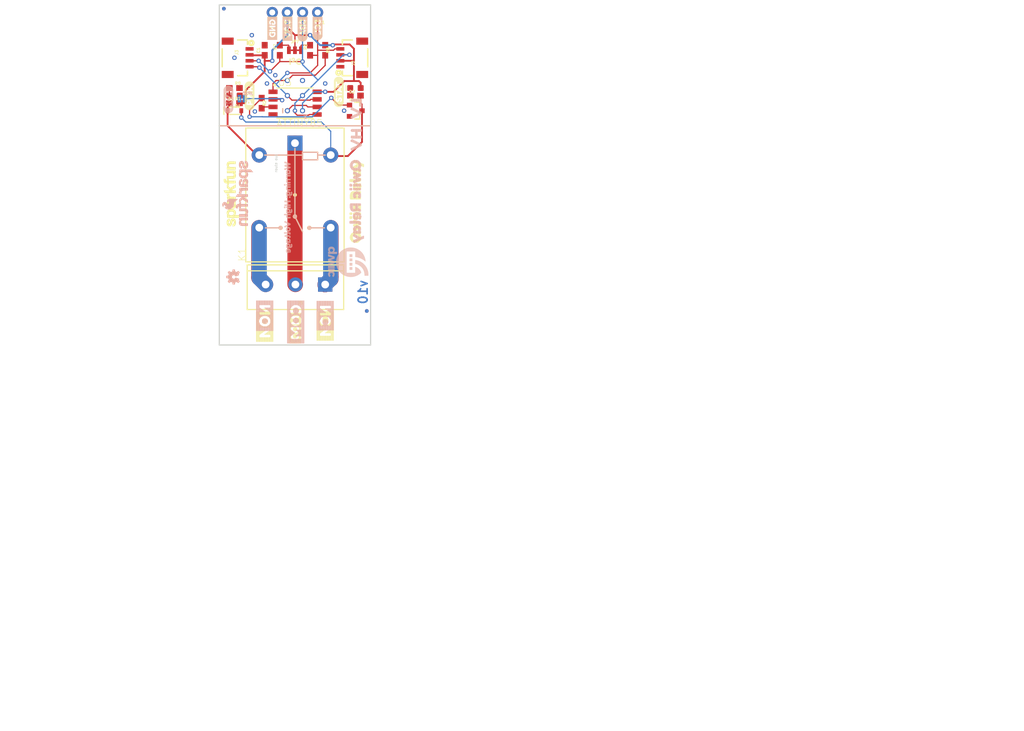
<source format=kicad_pcb>
(kicad_pcb (version 20211014) (generator pcbnew)
  (layers (0 "F.Cu" signal) (31 "B.Cu" signal) (34 "B.Paste" user) (35 "F.Paste" user) (36 "B.SilkS" user "B.Silkscreen") (37 "F.SilkS" user "F.Silkscreen") (38 "B.Mask" user) (39 "F.Mask" user) (44 "Edge.Cuts" user))
  (net 0 "")
  (net 1 "N$2")
  (net 2 "COM")
  (net 3 "NO")
  (net 4 "NC")
  (net 5 "GND")
  (net 6 "RELAY_CTR")
  (net 7 "SDA")
  (net 8 "SCL")
  (net 9 "N$7")
  (net 10 "N$8")
  (net 11 "3.3V")
  (net 12 "N$4")
  (net 13 "N$10")
  (net 14 "~{RESET}")
  (net 15 "N$13")
  (net 16 "N$1")
  (net 17 "MISO")
  (net 18 "N$5")
  (footprint "boardEagle:20" (layer "F.Cu") (at 147.2311 85.6996)
    (fp_text reference "U$21" hide)
    (fp_text value "" hide)
  )
  (footprint "boardEagle:CREATIVE_COMMONS" (layer "F.Cu") (at 119.2911 142.4686)
    (fp_text reference "FRAME1" hide)
    (fp_text value "FRAME-LETTER" hide)
  )
  (footprint "boardEagle:SOT23-3" (layer "F.Cu") (at 158.6611 94.2086 -90)
    (fp_text reference "Q4" (at -1.651 0) (layer "F.SilkS") (effects (font (size 0.512064 0.512064) (thickness 0.097536)) (justify left)))
    (fp_text value "600mA/40V")
    (pad "1" smd rect (at -0.95 1 270) (size 0.8 0.9) (layers "F.Cu" "F.Paste" "F.Mask") (net 16 "N$1"))
    (pad "2" smd rect (at 0.95 1 270) (size 0.8 0.9) (layers "F.Cu" "F.Paste" "F.Mask") (net 5 "GND"))
    (pad "3" smd rect (at 0 -1.1 270) (size 0.8 0.9) (layers "F.Cu" "F.Paste" "F.Mask") (net 1 "N$2"))
  )
  (footprint "boardEagle:LED-0603" (layer "F.Cu") (at 158.6611 90.3986 180)
    (fp_text reference "D2" (at 0 -0.635) (layer "F.SilkS") (effects (font (size 0.512064 0.512064) (thickness 0.097536)) (justify right)))
    (fp_text value "BLUE")
    (pad "A" smd roundrect (at -0.877 0 90) (size 1 1) (layers "F.Cu" "F.Paste" "F.Mask") (roundrect_rratio 0.15) (net 11 "3.3V"))
    (pad "C" smd roundrect (at 0.877 0 90) (size 1 1) (layers "F.Cu" "F.Paste" "F.Mask") (roundrect_rratio 0.15) (net 10 "N$8"))
  )
  (footprint "boardEagle:3.3V" (layer "F.Cu") (at 147.2311 82.9056 90)
    (fp_text reference "U$22" hide)
    (fp_text value "" hide)
  )
  (footprint "boardEagle:0603" (layer "F.Cu") (at 158.6611 91.6686 180)
    (fp_text reference "R4" (at 0 -0.762) (layer "F.SilkS") (effects (font (size 0.512064 0.512064) (thickness 0.097536)) (justify right)))
    (fp_text value "330")
    (pad "1" smd rect (at -0.85 0 180) (size 1.1 1) (layers "F.Cu" "F.Paste" "F.Mask") (net 1 "N$2"))
    (pad "2" smd rect (at 0.85 0 180) (size 1.1 1) (layers "F.Cu" "F.Paste" "F.Mask") (net 10 "N$8"))
  )
  (footprint "boardEagle:STAND-OFF" (layer "F.Cu") (at 138.3411 131.0386)
    (fp_text reference "JP1" hide)
    (fp_text value "STAND-OFF" hide)
    (pad "" np_thru_hole circle (at 0 0) (size 3.302 3.302) (drill 3.302) (layers *.Cu *.Mask))
  )
  (footprint "boardEagle:MICRO-FIDUCIAL" (layer "F.Cu") (at 136.5631 77.0636)
    (fp_text reference "JP9" hide)
    (fp_text value "FIDUCIALUFIDUCIAL" hide)
    (pad "1" smd roundrect (at 0 0) (size 0.635 0.635) (layers "F.Cu" "F.Mask") (roundrect_rratio 0.5))
  )
  (footprint "boardEagle:I__C1" (layer "F.Cu") (at 146.5961 85.9536)
    (fp_text reference "U$14" hide)
    (fp_text value "" hide)
  )
  (footprint "boardEagle:ATTINY85" (layer "F.Cu") (at 148.5011 92.9386)
    (fp_text reference "U3" (at -2.921 -2.794) (layer "F.SilkS") (effects (font (size 1.1684 1.1684) (thickness 0.1016)) (justify left bottom)))
    (fp_text value "ATTINY85" (at -3.175 4.064) (layer "F.SilkS") (effects (font (size 1.1684 1.1684) (thickness 0.1016)) (justify left bottom)))
    (pad "1" smd rect (at -3.683 -1.905 270) (size 0.762 1.524) (layers "F.Cu" "F.Paste" "F.Mask") (net 14 "~{RESET}"))
    (pad "2" smd rect (at -3.683 -0.635 270) (size 0.762 1.524) (layers "F.Cu" "F.Paste" "F.Mask") (net 18 "N$5"))
    (pad "3" smd rect (at -3.683 0.635 270) (size 0.762 1.524) (layers "F.Cu" "F.Paste" "F.Mask") (net 6 "RELAY_CTR"))
    (pad "4" smd rect (at -3.683 1.905 270) (size 0.762 1.524) (layers "F.Cu" "F.Paste" "F.Mask") (net 5 "GND"))
    (pad "5" smd rect (at 3.727 1.905 90) (size 0.762 1.524) (layers "F.Cu" "F.Paste" "F.Mask") (net 7 "SDA"))
    (pad "6" smd rect (at 3.727 0.635 90) (size 0.762 1.524) (layers "F.Cu" "F.Paste" "F.Mask") (net 17 "MISO"))
    (pad "7" smd rect (at 3.727 -0.635 90) (size 0.762 1.524) (layers "F.Cu" "F.Paste" "F.Mask") (net 8 "SCL"))
    (pad "8" smd rect (at 3.727 -1.905 90) (size 0.762 1.524) (layers "F.Cu" "F.Paste" "F.Mask") (net 11 "3.3V"))
  )
  (footprint "boardEagle:SOD-323" (layer "F.Cu") (at 138.3411 94.2086)
    (fp_text reference "D1" (at 0 -0.762) (layer "F.SilkS") (effects (font (size 0.512064 0.512064) (thickness 0.097536)) (justify left)))
    (fp_text value "1A/23V/620mV")
    (pad "A" smd rect (at 1.15 0) (size 0.63 0.83) (layers "F.Cu" "F.Paste" "F.Mask") (net 1 "N$2"))
    (pad "C" smd rect (at -1.15 0) (size 0.63 0.83) (layers "F.Cu" "F.Paste" "F.Mask") (net 9 "N$7"))
  )
  (footprint "boardEagle:1X04_1MM_RA" (layer "F.Cu") (at 156.1211 85.3186 90)
    (fp_text reference "J2" (at -1.397 2.159 90) (layer "F.SilkS") (effects (font (size 0.512064 0.512064) (thickness 0.097536)) (justify left)))
    (fp_text value "")
    (pad "1" smd rect (at -1.5 0 90) (size 0.6 1.35) (layers "F.Cu" "F.Paste" "F.Mask") (net 5 "GND"))
    (pad "2" smd rect (at -0.5 0 90) (size 0.6 1.35) (layers "F.Cu" "F.Paste" "F.Mask") (net 11 "3.3V"))
    (pad "3" smd rect (at 0.5 0 90) (size 0.6 1.35) (layers "F.Cu" "F.Paste" "F.Mask") (net 7 "SDA"))
    (pad "4" smd rect (at 1.5 0 90) (size 0.6 1.35) (layers "F.Cu" "F.Paste" "F.Mask") (net 8 "SCL"))
    (pad "NC1" smd rect (at 2.8 3.675 90) (size 1.2 2) (layers "F.Cu" "F.Paste" "F.Mask"))
    (pad "NC2" smd rect (at -2.8 3.675 90) (size 1.2 2) (layers "F.Cu" "F.Paste" "F.Mask"))
  )
  (footprint "boardEagle:(PWR)" (layer "F.Cu") (at 140.8811 94.2086 90)
    (fp_text reference "U$2" hide)
    (fp_text value "" hide)
  )
  (footprint "boardEagle:1X04_1MM_RA" (layer "F.Cu") (at 140.8811 85.3186 -90)
    (fp_text reference "J3" (at -1.397 2.159 90) (layer "F.SilkS") (effects (font (size 0.512064 0.512064) (thickness 0.097536)) (justify right)))
    (fp_text value "")
    (pad "1" smd rect (at -1.5 0 270) (size 0.6 1.35) (layers "F.Cu" "F.Paste" "F.Mask") (net 5 "GND"))
    (pad "2" smd rect (at -0.5 0 270) (size 0.6 1.35) (layers "F.Cu" "F.Paste" "F.Mask") (net 11 "3.3V"))
    (pad "3" smd rect (at 0.5 0 270) (size 0.6 1.35) (layers "F.Cu" "F.Paste" "F.Mask") (net 7 "SDA"))
    (pad "4" smd rect (at 1.5 0 270) (size 0.6 1.35) (layers "F.Cu" "F.Paste" "F.Mask") (net 8 "SCL"))
    (pad "NC1" smd rect (at 2.8 3.675 270) (size 1.2 2) (layers "F.Cu" "F.Paste" "F.Mask"))
    (pad "NC2" smd rect (at -2.8 3.675 270) (size 1.2 2) (layers "F.Cu" "F.Paste" "F.Mask"))
  )
  (footprint "boardEagle:0603" (layer "F.Cu") (at 142.9131 92.9386 -90)
    (fp_text reference "R2" (at 0 -0.762 -90) (layer "F.SilkS") (effects (font (size 0.48768 0.48768) (thickness 0.12192)) (justify bottom)))
    (fp_text value "330")
    (pad "1" smd rect (at -0.85 0 270) (size 1.1 1) (layers "F.Cu" "F.Paste" "F.Mask") (net 16 "N$1"))
    (pad "2" smd rect (at 0.85 0 270) (size 1.1 1) (layers "F.Cu" "F.Paste" "F.Mask") (net 6 "RELAY_CTR"))
  )
  (footprint "boardEagle:STAND-OFF" (layer "F.Cu") (at 158.6611 78.9686)
    (fp_text reference "JP4" hide)
    (fp_text value "STAND-OFF" hide)
    (pad "" np_thru_hole circle (at 0 0) (size 3.302 3.302) (drill 3.302) (layers *.Cu *.Mask))
  )
  (footprint "boardEagle:REVISION" (layer "F.Cu") (at 130.7211 145.0086)
    (fp_text reference "LOGO2" hide)
    (fp_text value "REVISION" hide)
  )
  (footprint "boardEagle:SFE_LOGO_NAME_.1" (layer "F.Cu") (at 137.9601 108.1786 90)
    (fp_text reference "U$3" hide)
    (fp_text value "SFE_LOGO_NAME.1_INCH" hide)
  )
  (footprint "boardEagle:0603" (layer "F.Cu") (at 145.9611 84.0486 90)
    (fp_text reference "R7" (at 0 -0.762 90) (layer "F.SilkS") (effects (font (size 0.512064 0.512064) (thickness 0.097536)) (justify left)))
    (fp_text value "2.2k")
    (pad "1" smd rect (at -0.85 0 90) (size 1.1 1) (layers "F.Cu" "F.Paste" "F.Mask") (net 7 "SDA"))
    (pad "2" smd rect (at 0.85 0 90) (size 1.1 1) (layers "F.Cu" "F.Paste" "F.Mask") (net 12 "N$4"))
  )
  (footprint "boardEagle:0603" (layer "F.Cu") (at 153.5811 84.0486 -90)
    (fp_text reference "R8" (at 0 -0.762 -90) (layer "F.SilkS") (effects (font (size 0.48768 0.48768) (thickness 0.12192)) (justify bottom)))
    (fp_text value "10k")
    (pad "1" smd rect (at -0.85 0 270) (size 1.1 1) (layers "F.Cu" "F.Paste" "F.Mask") (net 11 "3.3V"))
    (pad "2" smd rect (at 0.85 0 270) (size 1.1 1) (layers "F.Cu" "F.Paste" "F.Mask") (net 14 "~{RESET}"))
  )
  (footprint "boardEagle:GND" (layer "F.Cu") (at 144.6911 82.7786 90)
    (fp_text reference "U$13" hide)
    (fp_text value "" hide)
  )
  (footprint "boardEagle:MICRO-FIDUCIAL" (layer "F.Cu") (at 160.5661 127.8636)
    (fp_text reference "JP8" hide)
    (fp_text value "FIDUCIALUFIDUCIAL" hide)
    (pad "1" smd roundrect (at 0 0) (size 0.635 0.635) (layers "F.Cu" "F.Mask") (roundrect_rratio 0.5))
  )
  (footprint "boardEagle:RELAY_G5LE" (layer "F.Cu") (at 148.5011 108.1786 90)
    (fp_text reference "K1" (at -11.43 -8.89 90) (layer "F.SilkS") (effects (font (size 1.176528 1.176528) (thickness 0.093472)) (justify left)))
    (fp_text value "RELAY-SPDT")
    (pad "1" thru_hole rect (at 8.52 0.005 90) (size 2.54 2.54) (drill 1.3) (layers *.Cu *.Mask) (net 2 "COM"))
    (pad "2" thru_hole circle (at 6.52 -5.995 90) (size 2.54 2.54) (drill 1.3) (layers *.Cu *.Mask) (net 9 "N$7"))
    (pad "3" thru_hole circle (at -5.68 -5.995 90) (size 2.54 2.54) (drill 1.3) (layers *.Cu *.Mask) (net 3 "NO"))
    (pad "4" thru_hole circle (at -5.68 6.005 90) (size 2.54 2.54) (drill 1.3) (layers *.Cu *.Mask) (net 4 "NC"))
    (pad "5" thru_hole circle (at 6.52 6.005 90) (size 2.54 2.54) (drill 1.3) (layers *.Cu *.Mask) (net 1 "N$2"))
  )
  (footprint "boardEagle:NC3" (layer "F.Cu") (at 153.5811 133.7056 90)
    (fp_text reference "U$20" hide)
    (fp_text value "" hide)
  )
  (footprint "boardEagle:SMT-JUMPER_3_2-NC_TRACE_NO-SILK" (layer "F.Cu") (at 148.5011 84.0486)
    (fp_text reference "JP7" (at 0 -1.143) (layer "F.SilkS") (effects (font (size 0.48768 0.48768) (thickness 0.12192)) (justify bottom)))
    (fp_text value "JUMPER-SMT_3_2-NC_TRACE_NO-SILK")
    (fp_poly (pts (xy 0.3048 0.127) (xy 0.7112 0.127) (xy 0.7112 -0.127) (xy 0.3048 -0.127)) (layer "F.Cu") (width 0) (fill solid))
    (fp_poly (pts (xy -0.7112 0.127) (xy -0.3048 0.127) (xy -0.3048 -0.127) (xy -0.7112 -0.127)) (layer "F.Cu") (width 0) (fill solid))
    (pad "1" smd rect (at -1.016 0) (size 0.635 1.27) (layers "F.Cu" "F.Mask") (net 12 "N$4"))
    (pad "2" smd rect (at 0 0) (size 0.635 1.27) (layers "F.Cu" "F.Mask") (net 11 "3.3V"))
    (pad "3" smd rect (at 1.016 0) (size 0.635 1.27) (layers "F.Cu" "F.Mask") (net 13 "N$10"))
  )
  (footprint "boardEagle:ORDERING_INSTRUCTIONS" (layer "F.Cu") (at 101.5111 147.5486)
    (fp_text reference "U$10" hide)
    (fp_text value "" hide)
  )
  (footprint "boardEagle:STAND-OFF" (layer "F.Cu") (at 138.3411 78.9686)
    (fp_text reference "JP3" hide)
    (fp_text value "STAND-OFF" hide)
    (pad "" np_thru_hole circle (at 0 0) (size 3.302 3.302) (drill 3.302) (layers *.Cu *.Mask))
  )
  (footprint "boardEagle:STAND-OFF" (layer "F.Cu") (at 158.6611 131.0386)
    (fp_text reference "JP5" hide)
    (fp_text value "STAND-OFF" hide)
    (pad "" np_thru_hole circle (at 0 0) (size 3.302 3.302) (drill 3.302) (layers *.Cu *.Mask))
  )
  (footprint "boardEagle:0603" (layer "F.Cu") (at 138.3411 92.9386)
    (fp_text reference "R1" (at 0 -0.762) (layer "F.SilkS") (effects (font (size 0.512064 0.512064) (thickness 0.097536)) (justify left)))
    (fp_text value "10")
    (pad "1" smd rect (at -0.85 0) (size 1.1 1) (layers "F.Cu" "F.Paste" "F.Mask") (net 9 "N$7"))
    (pad "2" smd rect (at 0.85 0) (size 1.1 1) (layers "F.Cu" "F.Paste" "F.Mask") (net 11 "3.3V"))
  )
  (footprint "boardEagle:SCL1" (layer "F.Cu") (at 152.3111 82.3976 90)
    (fp_text reference "U$23" hide)
    (fp_text value "" hide)
  )
  (footprint "boardEagle:SDA0" (layer "F.Cu") (at 149.7711 82.6516 90)
    (fp_text reference "U$24" hide)
    (fp_text value "" hide)
  )
  (footprint "boardEagle:COM7" (layer "F.Cu") (at 148.5011 133.9596 90)
    (fp_text reference "U$12" hide)
    (fp_text value "" hide)
  )
  (footprint "boardEagle:LED-0603" (layer "F.Cu") (at 138.3411 91.6686 180)
    (fp_text reference "D3" (at 0 -0.635) (layer "F.SilkS") (effects (font (size 0.512064 0.512064) (thickness 0.097536)) (justify right)))
    (fp_text value "RED")
    (pad "A" smd roundrect (at -0.877 0 90) (size 1 1) (layers "F.Cu" "F.Paste" "F.Mask") (roundrect_rratio 0.15) (net 11 "3.3V"))
    (pad "C" smd roundrect (at 0.877 0 90) (size 1 1) (layers "F.Cu" "F.Paste" "F.Mask") (roundrect_rratio 0.15) (net 15 "N$13"))
  )
  (footprint "boardEagle:NO2" (layer "F.Cu") (at 143.4211 133.9596 90)
    (fp_text reference "U$11" hide)
    (fp_text value "" hide)
  )
  (footprint "boardEagle:1X04_NO_SILK" (layer "F.Cu") (at 152.3111 77.6986 180)
    (fp_text reference "J1" (at -1.27 -1.397 180) (layer "F.SilkS") (effects (font (size 0.48768 0.48768) (thickness 0.12192)) (justify right top)))
    (fp_text value "")
    (pad "1" thru_hole circle (at 0 0 270) (size 1.8796 1.8796) (drill 1.016) (layers *.Cu *.Mask) (net 8 "SCL"))
    (pad "2" thru_hole circle (at 2.54 0 270) (size 1.8796 1.8796) (drill 1.016) (layers *.Cu *.Mask) (net 7 "SDA"))
    (pad "3" thru_hole circle (at 5.08 0 270) (size 1.8796 1.8796) (drill 1.016) (layers *.Cu *.Mask) (net 11 "3.3V"))
    (pad "4" thru_hole circle (at 7.62 0 270) (size 1.8796 1.8796) (drill 1.016) (layers *.Cu *.Mask) (net 5 "GND"))
  )
  (footprint "boardEagle:_QWIIC_RELAY0" (layer "F.Cu") (at 158.6611 118.7196 90)
    (fp_text reference "U$15" hide)
    (fp_text value "" hide)
  )
  (footprint "boardEagle:0603" (layer "F.Cu") (at 138.3411 90.3986)
    (fp_text reference "R9" (at 0 -0.762) (layer "F.SilkS") (effects (font (size 0.512064 0.512064) (thickness 0.097536)) (justify left)))
    (fp_text value "1k")
    (pad "1" smd rect (at -0.85 0) (size 1.1 1) (layers "F.Cu" "F.Paste" "F.Mask") (net 15 "N$13"))
    (pad "2" smd rect (at 0.85 0) (size 1.1 1) (layers "F.Cu" "F.Paste" "F.Mask") (net 5 "GND"))
  )
  (footprint "boardEagle:STAT1" (layer "F.Cu") (at 155.8671 93.7006 90)
    (fp_text reference "U$25" hide)
    (fp_text value "" hide)
  )
  (footprint "boardEagle:0603" (layer "F.Cu") (at 143.4211 84.0486 90)
    (fp_text reference "C1" (at 0 -0.762 90) (layer "F.SilkS") (effects (font (size 0.48768 0.48768) (thickness 0.12192)) (justify bottom)))
    (fp_text value "10uF")
    (pad "1" smd rect (at -0.85 0 90) (size 1.1 1) (layers "F.Cu" "F.Paste" "F.Mask") (net 11 "3.3V"))
    (pad "2" smd rect (at 0.85 0 90) (size 1.1 1) (layers "F.Cu" "F.Paste" "F.Mask") (net 5 "GND"))
  )
  (footprint "boardEagle:SCREWTERMINAL-5MM-3" (layer "F.Cu") (at 153.5811 123.4186 180)
    (fp_text reference "J5" (at 3.683 -2.794 180) (layer "F.SilkS") (effects (font (size 0.48768 0.48768) (thickness 0.12192)) (justify right top)))
    (fp_text value "")
    (pad "1" thru_hole rect (at 0 0 180) (size 2.413 2.413) (drill 1.3) (layers *.Cu *.Mask) (net 4 "NC"))
    (pad "2" thru_hole circle (at 5 0 180) (size 2.413 2.413) (drill 1.3) (layers *.Cu *.Mask) (net 2 "COM"))
    (pad "3" thru_hole circle (at 10 0 180) (size 2.413 2.413) (drill 1.3) (layers *.Cu *.Mask) (net 3 "NO"))
  )
  (footprint "boardEagle:0603" (layer "F.Cu") (at 151.0411 84.0486 90)
    (fp_text reference "R6" (at 0 -0.762 90) (layer "F.SilkS") (effects (font (size 0.512064 0.512064) (thickness 0.097536)) (justify left)))
    (fp_text value "2.2k")
    (pad "1" smd rect (at -0.85 0 90) (size 1.1 1) (layers "F.Cu" "F.Paste" "F.Mask") (net 8 "SCL"))
    (pad "2" smd rect (at 0.85 0 90) (size 1.1 1) (layers "F.Cu" "F.Paste" "F.Mask") (net 13 "N$10"))
  )
  (footprint "boardEagle:SFE_LOGO_NAME_FLAME_.1" (layer "B.Cu") (at 139.9921 108.1786 -90)
    (fp_text reference "U$4" hide)
    (fp_text value "SFE_LOGO_NAME_FLAME.1_INCH" hide)
  )
  (footprint "boardEagle:GND" (layer "B.Cu") (at 144.6911 77.9526 -90)
    (fp_text reference "U$8" hide)
    (fp_text value "" hide)
  )
  (footprint "boardEagle:WARNING#_HIGH_VOLTAGE0" (layer "B.Cu") (at 147.2311 101.8286 -90)
    (fp_text reference "U$26" hide)
    (fp_text value "" hide)
  )
  (footprint "boardEagle:2X3_TEST_POINTS" (layer "B.Cu") (at 148.5011 91.6686 90)
    (fp_text reference "J4" (at -3.048 2.032 270) (layer "B.SilkS") (effects (font (size 0.48768 0.48768) (thickness 0.12192)) (justify left bottom mirror)))
    (fp_text value "AVR_SPI_PROG_3X2TESTPOINTS")
    (pad "1" thru_hole circle (at -2.54 -1.27 90) (size 0.8636 0.8636) (drill 0.508) (layers *.Cu) (net 17 "MISO"))
    (pad "2" thru_hole circle (at -2.54 1.27 90) (size 0.8636 0.8636) (drill 0.508) (layers *.Cu) (net 11 "3.3V"))
    (pad "3" thru_hole circle (at 0 -1.27 90) (size 0.8636 0.8636) (drill 0.508) (layers *.Cu) (net 8 "SCL"))
    (pad "4" thru_hole circle (at 0 1.27 90) (size 0.8636 0.8636) (drill 0.508) (layers *.Cu) (net 7 "SDA"))
    (pad "5" thru_hole circle (at 2.54 -1.27 90) (size 0.8636 0.8636) (drill 0.508) (layers *.Cu) (net 14 "~{RESET}"))
    (pad "6" thru_hole circle (at 2.54 1.27 90) (size 0.8636 0.8636) (drill 0.508) (layers *.Cu) (net 5 "GND"))
  )
  (footprint "boardEagle:MICRO-FIDUCIAL" (layer "B.Cu") (at 136.5631 77.0636 180)
    (fp_text reference "JP2" hide)
    (fp_text value "FIDUCIALUFIDUCIAL" hide)
    (pad "1" smd roundrect (at 0 0 180) (size 0.635 0.635) (layers "B.Cu" "B.Mask") (roundrect_rratio 0.5))
  )
  (footprint "boardEagle:SMT-JUMPER_2_NO_NO-SILK" (layer "B.Cu") (at 139.6111 92.1766 180)
    (fp_text reference "JP10" (at 0 1.143) (layer "B.SilkS") (effects (font (size 0.48768 0.48768) (thickness 0.12192)) (justify right top mirror)))
    (fp_text value "JUMPER-SMT_2_NO_NO-SILK")
    (pad "1" smd rect (at -0.4064 0 180) (size 0.635 1.27) (layers "B.Cu" "B.Mask") (net 18 "N$5"))
    (pad "2" smd rect (at 0.4064 0 180) (size 0.635 1.27) (layers "B.Cu" "B.Mask") (net 5 "GND"))
  )
  (footprint "boardEagle:(ADR)" (layer "B.Cu") (at 137.3251 89.8906 -90)
    (fp_text reference "U$9" hide)
    (fp_text value "" hide)
  )
  (footprint "boardEagle:3.3V" (layer "B.Cu") (at 147.2311 77.9526 -90)
    (fp_text reference "U$7" hide)
    (fp_text value "" hide)
  )
  (footprint "boardEagle:LV1" (layer "B.Cu") (at 158.7881 90.5256 -90)
    (fp_text reference "U$28" hide)
    (fp_text value "" hide)
  )
  (footprint "boardEagle:_QWIIC_RELAY0" (layer "B.Cu") (at 158.6611 100.1776 -90)
    (fp_text reference "U$16" hide)
    (fp_text value "" hide)
  )
  (footprint "boardEagle:NO2" (layer "B.Cu") (at 143.4211 125.1966 -90)
    (fp_text reference "U$18" hide)
    (fp_text value "" hide)
  )
  (footprint "boardEagle:COM4" (layer "B.Cu") (at 148.6281 125.1966 -90)
    (fp_text reference "U$19" hide)
    (fp_text value "" hide)
  )
  (footprint "boardEagle:SDA" (layer "B.Cu") (at 149.7711 77.9526 -90)
    (fp_text reference "U$6" hide)
    (fp_text value "" hide)
  )
  (footprint "boardEagle:HV2" (layer "B.Cu") (at 158.7881 95.6056 -90)
    (fp_text reference "U$27" hide)
    (fp_text value "" hide)
  )
  (footprint "boardEagle:MICRO-FIDUCIAL" (layer "B.Cu") (at 160.5661 127.8636 180)
    (fp_text reference "JP6" hide)
    (fp_text value "FIDUCIALUFIDUCIAL" hide)
    (pad "1" smd roundrect (at 0 0 180) (size 0.635 0.635) (layers "B.Cu" "B.Mask") (roundrect_rratio 0.5))
  )
  (footprint "boardEagle:OSHW-LOGO-MINI" (layer "B.Cu") (at 138.2141 122.1486 -90)
    (fp_text reference "LOGO1" hide)
    (fp_text value "OSHW-LOGOMINI" hide)
  )
  (footprint "boardEagle:QWIIC-LOGO-MEDIUM" (layer "B.Cu") (at 157.3911 119.6086 -90)
    (fp_text reference "U$1" hide)
    (fp_text value "" hide)
  )
  (footprint "boardEagle:NC3" (layer "B.Cu") (at 153.5811 125.3236 -90)
    (fp_text reference "U$17" hide)
    (fp_text value "" hide)
  )
  (footprint "boardEagle:SCL" (layer "B.Cu") (at 152.3111 77.9526 -90)
    (fp_text reference "U$5" hide)
    (fp_text value "" hide)
  )
  (gr_line (start 161.2011 96.7486) (end 135.8011 96.7486) (layer "B.SilkS") (width 0.2032))
  (gr_line (start 135.8011 96.7486) (end 161.2011 96.7486) (layer "F.SilkS") (width 0.2032))
  (gr_line (start 135.8011 133.5786) (end 161.2011 133.5786) (layer "Edge.Cuts") (width 0.2032))
  (gr_line (start 161.2011 76.4286) (end 135.8011 76.4286) (layer "Edge.Cuts") (width 0.2032))
  (gr_line (start 135.8011 76.4286) (end 135.8011 133.5786) (layer "Edge.Cuts") (width 0.2032))
  (gr_line (start 161.2011 133.5786) (end 161.2011 76.4286) (layer "Edge.Cuts") (width 0.2032))
  (gr_text "v10" (at 159.9311 124.6886 -270) (layer "B.Cu") (effects (font (size 1.5113 1.5113) (thickness 0.2667)) (justify mirror)))
  (gr_text "route out" (at 145.5801 104.6226 90) (layer "Edge.Cuts") (effects (font (size 0.4318 0.4318) (thickness 0.0762)) (justify left bottom)))
  (segment (start 159.7611 94.2086) (end 159.7611 99.4586) (width 0.3048) (layer "F.Cu") (net 1))
  (segment (start 154.6761 101.8286) (end 154.5061 101.6586) (width 0.1778) (layer "F.Cu") (net 1))
  (segment (start 159.7611 99.4586) (end 157.3911 101.8286) (width 0.3048) (layer "F.Cu") (net 1))
  (segment (start 159.5111 92.8586) (end 159.7611 93.1086) (width 0.2032) (layer "F.Cu") (net 1))
  (segment (start 159.5111 91.6686) (end 159.5111 92.8586) (width 0.2032) (layer "F.Cu") (net 1))
  (segment (start 139.4911 94.2086) (end 139.4911 95.3586) (width 0.2032) (layer "F.Cu") (net 1))
  (segment (start 157.3911 101.8286) (end 154.6761 101.8286) (width 0.3048) (layer "F.Cu") (net 1))
  (segment (start 159.7611 94.2086) (end 159.7611 93.1086) (width 0.2032) (layer "F.Cu") (net 1))
  (via (at 139.4911 95.3586) (size 0.7366) (drill 0.381) (layers "F.Cu" "B.Cu") (net 1))
  (segment (start 154.5061 101.6586) (end 154.5061 97.6736) (width 0.1778) (layer "B.Cu") (net 1))
  (segment (start 152.9461 96.1136) (end 154.5061 97.6736) (width 0.2032) (layer "B.Cu") (net 1))
  (segment (start 152.9461 96.1136) (end 140.2461 96.1136) (width 0.2032) (layer "B.Cu") (net 1))
  (segment (start 140.2461 96.1136) (end 139.4911 95.3586) (width 0.2032) (layer "B.Cu") (net 1))
  (segment (start 148.5811 123.4186) (end 148.5061 123.3436) (width 2.54) (layer "F.Cu") (net 2))
  (segment (start 148.5061 123.3436) (end 148.5061 99.6586) (width 2.54) (layer "F.Cu") (net 2))
  (segment (start 148.5481 123.3856) (end 148.5811 123.4186) (width 0.254) (layer "F.Cu") (net 2))
  (segment (start 142.4311 122.2686) (end 143.5811 123.4186) (width 2.54) (layer "F.Cu") (net 3))
  (segment (start 142.4311 113.8586) (end 142.4311 122.2686) (width 2.54) (layer "F.Cu") (net 3))
  (segment (start 142.5061 122.3436) (end 143.5811 123.4186) (width 2.54) (layer "B.Cu") (net 3))
  (segment (start 142.5061 113.8586) (end 142.5061 122.3436) (width 2.54) (layer "B.Cu") (net 3))
  (segment (start 154.5611 113.8586) (end 154.5611 122.1486) (width 2.54) (layer "F.Cu") (net 4))
  (segment (start 154.5611 122.1486) (end 154.5611 122.4936) (width 2.54) (layer "F.Cu") (net 4))
  (segment (start 154.5061 122.4936) (end 153.5811 123.4186) (width 0.254) (layer "F.Cu") (net 4))
  (segment (start 153.5811 123.4186) (end 154.4701 122.5296) (width 2.54) (layer "F.Cu") (net 4))
  (segment (start 153.5451 123.4546) (end 153.5811 123.4186) (width 2.54) (layer "F.Cu") (net 4))
  (segment (start 154.5061 113.8586) (end 154.5061 122.4936) (width 0.254) (layer "F.Cu") (net 4))
  (segment (start 154.5061 122.0936) (end 154.5611 122.1486) (width 0.254) (layer "F.Cu") (net 4))
  (segment (start 154.5061 113.8586) (end 154.5061 122.0936) (width 0.254) (layer "F.Cu") (net 4))
  (segment (start 154.5061 122.4936) (end 153.5811 123.4186) (width 2.54) (layer "B.Cu") (net 4))
  (segment (start 154.5061 113.8586) (end 154.5061 122.4936) (width 2.54) (layer "B.Cu") (net 4))
  (via (at 138.3411 85.3186) (size 0.7366) (drill 0.381) (layers "F.Cu" "B.Cu") (net 5))
  (via (at 145.1991 88.2396) (size 0.7366) (drill 0.381) (layers "F.Cu" "B.Cu") (net 5))
  (via (at 156.7561 94.2086) (size 0.7366) (drill 0.381) (layers "F.Cu" "B.Cu") (net 5))
  (via (at 143.8021 89.6366) (size 0.7366) (drill 0.381) (layers "F.Cu" "B.Cu") (net 5))
  (via (at 141.2621 81.5086) (size 0.7366) (drill 0.381) (layers "F.Cu" "B.Cu") (net 5))
  (via (at 153.5811 89.6366) (size 0.7366) (drill 0.381) (layers "F.Cu" "B.Cu") (net 5))
  (via (at 141.7701 94.3356) (size 0.7366) (drill 0.381) (layers "F.Cu" "B.Cu") (net 5))
  (segment (start 144.818093 93.5736) (end 143.4211 93.5736) (width 0.2032) (layer "F.Cu") (net 6))
  (segment (start 143.2061 93.7886) (end 142.9131 93.7886) (width 0.2032) (layer "F.Cu") (net 6))
  (segment (start 143.4211 93.5736) (end 143.2061 93.7886) (width 0.2032) (layer "F.Cu") (net 6))
  (segment (start 144.8181 93.5736) (end 144.818093 93.5736) (width 0.1778) (layer "F.Cu") (net 6))
  (segment (start 142.3971 85.8186) (end 142.4051 85.8266) (width 0.2032) (layer "F.Cu") (net 7))
  (segment (start 155.6211 84.8186) (end 155.6291 84.8106) (width 0.2032) (layer "F.Cu") (net 7))
  (segment (start 155.6291 84.8106) (end 157.6451 84.8106) (width 0.2032) (layer "F.Cu") (net 7))
  (segment (start 148.5011 94.5896) (end 148.8821 94.9706) (width 0.2032) (layer "F.Cu") (net 7))
  (segment (start 145.9611 85.9536) (end 149.7711 85.9536) (width 0.2032) (layer "F.Cu") (net 7))
  (segment (start 150.7871 94.9706) (end 150.9141 94.8436) (width 0.2032) (layer "F.Cu") (net 7))
  (segment (start 140.8811 85.8186) (end 142.3971 85.8186) (width 0.2032) (layer "F.Cu") (net 7))
  (segment (start 145.6436 86.2711) (end 145.9611 85.9536) (width 0.2032) (layer "F.Cu") (net 7))
  (segment (start 144.3101 87.6046) (end 145.6436 86.2711) (width 0.2032) (layer "F.Cu") (net 7))
  (segment (start 150.9141 94.8436) (end 152.2281 94.8436) (width 0.2032) (layer "F.Cu") (net 7))
  (segment (start 156.1211 84.8186) (end 155.6211 84.8186) (width 0.2032) (layer "F.Cu") (net 7))
  (segment (start 148.5011 94.2086) (end 148.5011 94.5896) (width 0.2032) (layer "F.Cu") (net 7))
  (segment (start 145.9611 85.9536) (end 145.9611 84.8986) (width 0.2032) (layer "F.Cu") (net 7))
  (segment (start 148.8821 94.9706) (end 150.7871 94.9706) (width 0.2032) (layer "F.Cu") (net 7))
  (via (at 144.3101 87.6046) (size 0.7366) (drill 0.381) (layers "F.Cu" "B.Cu") (net 7))
  (via (at 142.4051 85.8266) (size 0.7366) (drill 0.381) (layers "F.Cu" "B.Cu") (net 7))
  (via (at 149.7711 85.9536) (size 0.7366) (drill 0.381) (layers "F.Cu" "B.Cu") (net 7))
  (via (at 157.6451 84.8106) (size 0.7366) (drill 0.381) (layers "F.Cu" "B.Cu") (net 7))
  (via (at 148.5011 94.2086) (size 0.7366) (drill 0.381) (layers "F.Cu" "B.Cu") (net 7))
  (segment (start 149.7711 86.4616) (end 152.3746 89.0651) (width 0.2032) (layer "B.Cu") (net 7))
  (segment (start 142.4051 85.8266) (end 144.1831 87.6046) (width 0.2032) (layer "B.Cu") (net 7))
  (segment (start 157.6451 84.8106) (end 156.6291 84.8106) (width 0.2032) (layer "B.Cu") (net 7))
  (segment (start 149.7711 91.6686) (end 148.5011 92.9386) (width 0.2032) (layer "B.Cu") (net 7))
  (segment (start 156.6291 84.8106) (end 152.3746 89.0651) (width 0.2032) (layer "B.Cu") (net 7))
  (segment (start 148.5011 92.9386) (end 148.5011 94.2086) (width 0.2032) (layer "B.Cu") (net 7))
  (segment (start 152.3746 89.0651) (end 149.7711 91.6686) (width 0.2032) (layer "B.Cu") (net 7))
  (segment (start 149.7711 77.6986) (end 149.7711 85.9536) (width 0.2032) (layer "B.Cu") (net 7))
  (segment (start 149.7711 85.9536) (end 149.7711 86.4616) (width 0.2032) (layer "B.Cu") (net 7))
  (segment (start 144.3101 87.6046) (end 144.1831 87.6046) (width 0.2032) (layer "B.Cu") (net 7))
  (segment (start 154.9781 84.0486) (end 152.3111 84.0486) (width 0.2032) (layer "F.Cu") (net 8))
  (segment (start 151.0411 84.8986) (end 152.2721 84.8986) (width 0.2032) (layer "F.Cu") (net 8))
  (segment (start 155.2081 83.8186) (end 154.9781 84.0486) (width 0.2032) (layer "F.Cu") (net 8))
  (segment (start 152.3111 84.9376) (end 152.3111 86.5886) (width 0.2032) (layer "F.Cu") (net 8))
  (segment (start 156.1211 83.8186) (end 155.2081 83.8186) (width 0.2032) (layer "F.Cu") (net 8))
  (segment (start 152.3111 84.0486) (end 152.3111 84.9376) (width 0.2032) (layer "F.Cu") (net 8))
  (segment (start 151.0411 92.4306) (end 147.9931 92.4306) (width 0.2032) (layer "F.Cu") (net 8))
  (segment (start 147.9931 92.4306) (end 147.2311 91.6686) (width 0.2032) (layer "F.Cu") (net 8))
  (segment (start 142.5321 86.9696) (end 142.3811 86.8186) (width 0.2032) (layer "F.Cu") (net 8))
  (segment (start 142.3811 86.8186) (end 140.8811 86.8186) (width 0.2032) (layer "F.Cu") (net 8))
  (segment (start 151.0411 87.8586) (end 147.2311 87.8586) (width 0.2032) (layer "F.Cu") (net 8))
  (segment (start 152.2281 92.3036) (end 151.1681 92.3036) (width 0.2032) (layer "F.Cu") (net 8))
  (segment (start 152.2721 84.8986) (end 152.3111 84.9376) (width 0.2032) (layer "F.Cu") (net 8))
  (segment (start 151.1681 92.3036) (end 151.0411 92.4306) (width 0.2032) (layer "F.Cu") (net 8))
  (segment (start 152.3111 86.5886) (end 151.0411 87.8586) (width 0.2032) (layer "F.Cu") (net 8))
  (segment (start 152.3111 84.0486) (end 152.3111 77.6986) (width 0.2032) (layer "F.Cu") (net 8))
  (via (at 147.2311 87.8586) (size 0.7366) (drill 0.381) (layers "F.Cu" "B.Cu") (net 8))
  (via (at 142.5321 86.9696) (size 0.7366) (drill 0.381) (layers "F.Cu" "B.Cu") (net 8))
  (segment (start 145.3261 89.7636) (end 145.326096 89.763597) (width 0.1778) (layer "B.Cu") (net 8))
  (segment (start 147.2311 87.8586) (end 145.3261 89.7636) (width 0.2032) (layer "B.Cu") (net 8))
  (segment (start 142.5321 86.9696) (end 142.532103 86.969604) (width 0.1778) (layer "B.Cu") (net 8))
  (segment (start 142.532103 86.969604) (end 145.326096 89.763597) (width 0.2032) (layer "B.Cu") (net 8))
  (segment (start 147.2311 91.6686) (end 145.3261 89.7636) (width 0.2032) (layer "B.Cu") (net 8))
  (segment (start 142.5061 101.6586) (end 142.1081 101.6586) (width 0.3048) (layer "F.Cu") (net 9))
  (segment (start 137.4911 92.9386) (end 137.4911 93.4076) (width 0.3048) (layer "F.Cu") (net 9))
  (segment (start 137.4911 93.4076) (end 137.1911 93.7076) (width 0.3048) (layer "F.Cu") (net 9))
  (segment (start 142.1081 101.6586) (end 137.1911 96.7416) (width 0.3048) (layer "F.Cu") (net 9))
  (segment (start 137.1911 94.2086) (end 137.1911 96.7416) (width 0.3048) (layer "F.Cu") (net 9))
  (segment (start 137.1911 94.2086) (end 137.1911 93.7076) (width 0.3048) (layer "F.Cu") (net 9))
  (segment (start 157.7841 91.6416) (end 157.8111 91.6686) (width 0.2032) (layer "F.Cu") (net 10))
  (segment (start 157.7841 90.3986) (end 157.7841 91.6416) (width 0.2032) (layer "F.Cu") (net 10))
  (segment (start 147.2311 80.2386) (end 147.2311 77.6986) (width 0.3048) (layer "F.Cu") (net 11))
  (segment (start 157.6841 83.0716) (end 158.4071 83.7946) (width 0.3048) (layer "F.Cu") (net 11))
  (segment (start 143.4211 84.8986) (end 143.4211 85.8266) (width 0.3048) (layer "F.Cu") (net 11))
  (segment (start 159.5381 89.5096) (end 159.5381 90.3986) (width 0.3048) (layer "F.Cu") (net 11))
  (segment (start 148.5011 81.5086) (end 147.2311 80.2386) (width 0.3048) (layer "F.Cu") (net 11))
  (segment (start 140.9611 84.8986) (end 143.4211 84.8986) (width 0.3048) (layer "F.Cu") (net 11))
  (segment (start 158.4071 89.2266) (end 159.2551 89.2266) (width 0.3048) (layer "F.Cu") (net 11))
  (segment (start 158.4071 83.7946) (end 158.4071 85.8266) (width 0.3048) (layer "F.Cu") (net 11))
  (segment (start 140.2461 90.7796) (end 143.4211 87.6046) (width 0.3048) (layer "F.Cu") (net 11))
  (segment (start 148.5011 82.7786) (end 148.5011 81.5086) (width 0.2032) (layer "F.Cu") (net 11))
  (segment (start 158.4071 85.8266) (end 158.4071 89.2266) (width 0.3048) (layer "F.Cu") (net 11))
  (segment (start 140.2461 91.6686) (end 139.2181 91.6686) (width 0.2032) (layer "F.Cu") (net 11))
  (segment (start 139.1911 92.9386) (end 139.9921 92.9386) (width 0.3048) (layer "F.Cu") (net 11))
  (segment (start 158.3991 85.8186) (end 158.4071 85.8266) (width 0.2032) (layer "F.Cu") (net 11))
  (segment (start 156.1211 85.8186) (end 158.3991 85.8186) (width 0.3048) (layer "F.Cu") (net 11))
  (segment (start 140.2461 91.6686) (end 140.2461 90.7796) (width 0.3048) (layer "F.Cu") (net 11))
  (segment (start 154.9781 83.0716) (end 154.8511 83.1986) (width 0.3048) (layer "F.Cu") (net 11))
  (segment (start 143.4211 87.6046) (end 143.4211 85.8266) (width 0.3048) (layer "F.Cu") (net 11))
  (segment (start 139.9921 92.9386) (end 140.2461 92.6846) (width 0.3048) (layer "F.Cu") (net 11))
  (segment (start 159.2551 89.2266) (end 159.5381 89.5096) (width 0.3048) (layer "F.Cu") (net 11))
  (segment (start 154.8511 83.1986) (end 153.5811 83.1986) (width 0.2032) (layer "F.Cu") (net 11))
  (segment (start 156.785103 89.2266) (end 158.4071 89.2266) (width 0.3048) (layer "F.Cu") (net 11))
  (segment (start 154.9781 91.0336) (end 156.785103 89.2266) (width 0.3048) (layer "F.Cu") (net 11))
  (segment (start 140.8811 84.8186) (end 140.9611 84.8986) (width 0.2032) (layer "F.Cu") (net 11))
  (segment (start 140.2461 91.6686) (end 140.2461 92.6846) (width 0.3048) (layer "F.Cu") (net 11))
  (segment (start 148.5011 84.0486) (end 148.5011 82.7786) (width 0.2032) (layer "F.Cu") (net 11))
  (segment (start 154.9781 91.0336) (end 153.5811 91.0336) (width 0.3048) (layer "F.Cu") (net 11))
  (segment (start 156.785103 89.2266) (end 156.785103 89.2266) (width 0.2032) (layer "F.Cu") (net 11))
  (segment (start 157.6841 83.0716) (end 154.9781 83.0716) (width 0.3048) (layer "F.Cu") (net 11))
  (segment (start 153.5811 91.0336) (end 152.2281 91.0336) (width 0.2032) (layer "F.Cu") (net 11))
  (segment (start 143.4211 85.8266) (end 144.6911 85.8266) (width 0.3048) (layer "F.Cu") (net 11))
  (segment (start 148.5011 81.5086) (end 151.0411 81.5086) (width 0.3048) (layer "F.Cu") (net 11))
  (via (at 154.8511 83.1986) (size 0.7366) (drill 0.381) (layers "F.Cu" "B.Cu") (net 11))
  (via (at 144.6911 85.8266) (size 0.7366) (drill 0.381) (layers "F.Cu" "B.Cu") (net 11))
  (via (at 153.5811 91.0336) (size 0.7366) (drill 0.381) (layers "F.Cu" "B.Cu") (net 11))
  (via (at 151.0411 81.5086) (size 0.7366) (drill 0.381) (layers "F.Cu" "B.Cu") (net 11))
  (segment (start 154.8511 83.1986) (end 152.7311 83.1986) (width 0.3048) (layer "B.Cu") (net 11))
  (segment (start 151.6761 91.0336) (end 153.5811 91.0336) (width 0.2032) (layer "B.Cu") (net 11))
  (segment (start 147.2311 81.5086) (end 147.2311 77.6986) (width 0.3048) (layer "B.Cu") (net 11))
  (segment (start 149.7711 92.9386) (end 151.6761 91.0336) (width 0.2032) (layer "B.Cu") (net 11))
  (segment (start 149.7711 94.2086) (end 149.7711 92.9386) (width 0.2032) (layer "B.Cu") (net 11))
  (segment (start 144.6911 84.0486) (end 147.2311 81.5086) (width 0.3048) (layer "B.Cu") (net 11))
  (segment (start 144.6911 85.8266) (end 144.6911 84.0486) (width 0.3048) (layer "B.Cu") (net 11))
  (segment (start 152.7311 83.1986) (end 151.0411 81.5086) (width 0.3048) (layer "B.Cu") (net 11))
  (segment (start 147.4851 83.2866) (end 147.3971 83.1986) (width 0.2032) (layer "F.Cu") (net 12))
  (segment (start 147.3971 83.1986) (end 145.9611 83.1986) (width 0.2032) (layer "F.Cu") (net 12))
  (segment (start 147.4851 84.0486) (end 147.4851 83.2866) (width 0.2032) (layer "F.Cu") (net 12))
  (segment (start 149.5171 83.2866) (end 149.6051 83.1986) (width 0.2032) (layer "F.Cu") (net 13))
  (segment (start 149.6051 83.1986) (end 151.0411 83.1986) (width 0.2032) (layer "F.Cu") (net 13))
  (segment (start 149.5171 84.0486) (end 149.5171 83.2866) (width 0.2032) (layer "F.Cu") (net 13))
  (segment (start 144.8181 91.0336) (end 144.8181 91.033597) (width 0.1778) (layer "F.Cu") (net 14))
  (segment (start 144.8181 89.636604) (end 145.3261 89.128604) (width 0.2032) (layer "F.Cu") (net 14))
  (segment (start 153.5811 86.5886) (end 151.9301 88.2396) (width 0.2032) (layer "F.Cu") (net 14))
  (segment (start 145.9611 89.128604) (end 145.961103 89.1286) (width 0.2032) (layer "F.Cu") (net 14))
  (segment (start 151.9301 88.2396) (end 148.1201 88.2396) (width 0.2032) (layer "F.Cu") (net 14))
  (segment (start 145.3261 89.128604) (end 145.9611 89.128604) (width 0.2032) (layer "F.Cu") (net 14))
  (segment (start 148.1201 88.2396) (end 147.2311 89.1286) (width 0.2032) (layer "F.Cu") (net 14))
  (segment (start 145.961103 89.1286) (end 147.2311 89.1286) (width 0.2032) (layer "F.Cu") (net 14))
  (segment (start 153.5811 84.8986) (end 153.5811 86.5886) (width 0.2032) (layer "F.Cu") (net 14))
  (segment (start 144.8181 91.033597) (end 144.8181 89.636604) (width 0.2032) (layer "F.Cu") (net 14))
  (segment (start 137.4911 90.3986) (end 137.4911 91.6416) (width 0.2032) (layer "F.Cu") (net 15))
  (segment (start 137.4911 91.6416) (end 137.4641 91.6686) (width 0.2032) (layer "F.Cu") (net 15))
  (segment (start 157.6611 93.2586) (end 155.8061 93.2586) (width 0.2032) (layer "F.Cu") (net 16))
  (segment (start 140.8811 94.1206) (end 140.8811 95.2246) (width 0.2032) (layer "F.Cu") (net 16))
  (segment (start 155.8061 93.2586) (end 154.5971 92.0496) (width 0.2032) (layer "F.Cu") (net 16))
  (segment (start 142.9131 92.0886) (end 140.8811 94.1206) (width 0.2032) (layer "F.Cu") (net 16))
  (via (at 140.8811 95.2246) (size 0.7366) (drill 0.381) (layers "F.Cu" "B.Cu") (net 16))
  (via (at 154.5971 92.0496) (size 0.7366) (drill 0.381) (layers "F.Cu" "B.Cu") (net 16))
  (segment (start 151.4094 95.2373) (end 154.5971 92.0496) (width 0.2032) (layer "B.Cu") (net 16))
  (segment (start 143.025812 95.2373) (end 151.4094 95.2373) (width 0.2032) (layer "B.Cu") (net 16))
  (segment (start 140.8811 95.2246) (end 143.013112 95.2246) (width 0.2032) (layer "B.Cu") (net 16))
  (segment (start 143.013112 95.2246) (end 143.025812 95.2373) (width 0.2032) (layer "B.Cu") (net 16))
  (segment (start 150.6601 93.5736) (end 150.4061 93.3196) (width 0.2032) (layer "F.Cu") (net 17))
  (segment (start 152.2281 93.5736) (end 150.6601 93.5736) (width 0.2032) (layer "F.Cu") (net 17))
  (segment (start 150.4061 93.3196) (end 148.1201 93.3196) (width 0.2032) (layer "F.Cu") (net 17))
  (segment (start 148.1201 93.3196) (end 147.2311 94.2086) (width 0.2032) (layer "F.Cu") (net 17))
  (segment (start 146.2151 92.3036) (end 144.691103 92.3036) (width 0.1778) (layer "F.Cu") (net 18))
  (segment (start 146.3421 92.4306) (end 146.2151 92.3036) (width 0.1778) (layer "F.Cu") (net 18))
  (segment (start 144.8181 92.3036) (end 144.818096 92.3036) (width 0.1778) (layer "F.Cu") (net 18))
  (segment (start 144.691103 92.3036) (end 144.818096 92.3036) (width 0.2032) (layer "F.Cu") (net 18))
  (via (at 146.3421 92.4306) (size 0.7366) (drill 0.381) (layers "F.Cu" "B.Cu") (net 18))
  (segment (start 146.3421 92.4306) (end 146.0881 92.1766) (width 0.2032) (layer "B.Cu") (net 18))
  (segment (start 146.0881 92.1766) (end 140.0175 92.1766) (width 0.2032) (layer "B.Cu") (net 18))
)
</source>
